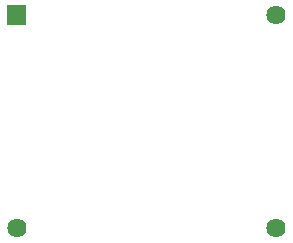
<source format=gbr>
G04 start of page 3 for group 1 idx 1 *
G04 Title: (unknown), bottom *
G04 Creator: pcb 20140316 *
G04 CreationDate: Thu 11 Jan 2018 06:01:03 AM GMT UTC *
G04 For: railfan *
G04 Format: Gerber/RS-274X *
G04 PCB-Dimensions (mil): 992.13 834.65 *
G04 PCB-Coordinate-Origin: lower left *
%MOIN*%
%FSLAX25Y25*%
%LNBOTTOM*%
%ADD16C,0.0320*%
%ADD15C,0.0640*%
%ADD14C,0.0001*%
G54D14*G36*
X3099Y80365D02*Y73965D01*
X9499D01*
Y80365D01*
X3099D01*
G37*
G54D15*X6299Y6299D03*
X92913Y77165D03*
Y6299D03*
G54D16*M02*

</source>
